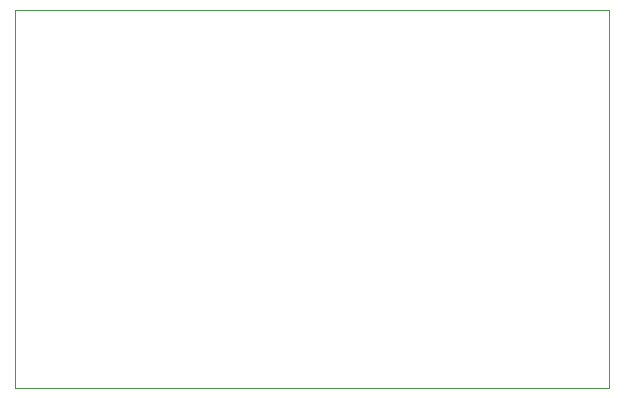
<source format=gm1>
%TF.GenerationSoftware,KiCad,Pcbnew,7.0.5*%
%TF.CreationDate,2024-01-17T23:55:02+05:30*%
%TF.ProjectId,mcu datalogger,6d637520-6461-4746-916c-6f676765722e,1*%
%TF.SameCoordinates,Original*%
%TF.FileFunction,Profile,NP*%
%FSLAX46Y46*%
G04 Gerber Fmt 4.6, Leading zero omitted, Abs format (unit mm)*
G04 Created by KiCad (PCBNEW 7.0.5) date 2024-01-17 23:55:02*
%MOMM*%
%LPD*%
G01*
G04 APERTURE LIST*
%TA.AperFunction,Profile*%
%ADD10C,0.100000*%
%TD*%
G04 APERTURE END LIST*
D10*
X102311200Y-66116200D02*
X152577800Y-66116200D01*
X152577800Y-98120200D01*
X102311200Y-98120200D01*
X102311200Y-66116200D01*
M02*

</source>
